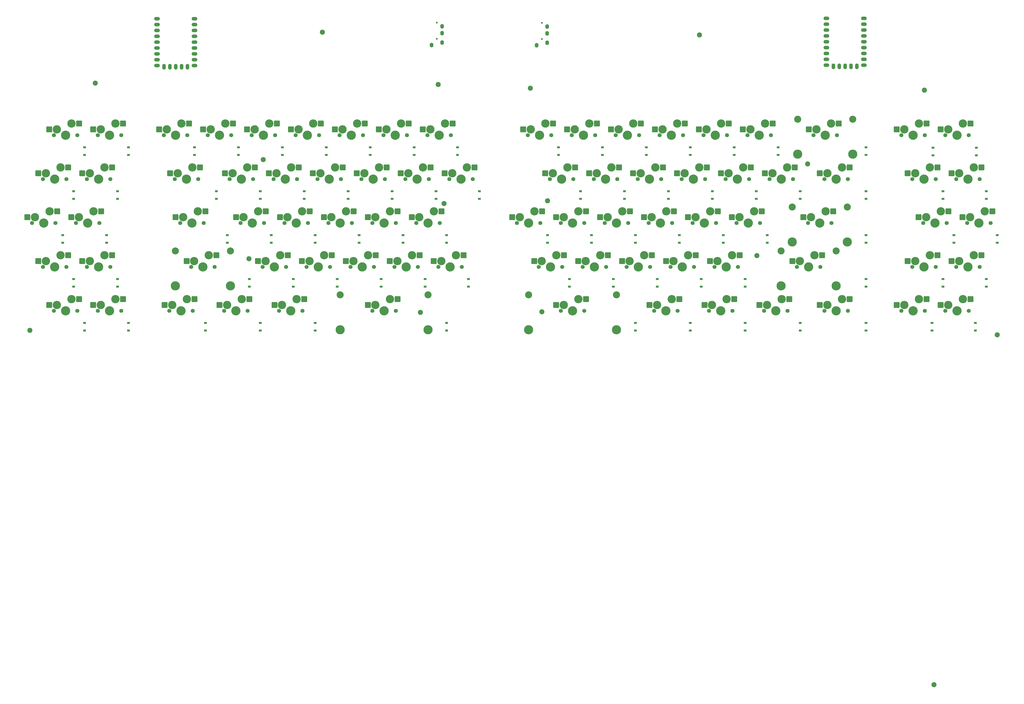
<source format=gbr>
G04 #@! TF.GenerationSoftware,KiCad,Pcbnew,8.0.1*
G04 #@! TF.CreationDate,2024-04-01T00:03:47+00:00*
G04 #@! TF.ProjectId,SplitSync,53706c69-7453-4796-9e63-2e6b69636164,rev?*
G04 #@! TF.SameCoordinates,Original*
G04 #@! TF.FileFunction,Soldermask,Bot*
G04 #@! TF.FilePolarity,Negative*
%FSLAX46Y46*%
G04 Gerber Fmt 4.6, Leading zero omitted, Abs format (unit mm)*
G04 Created by KiCad (PCBNEW 8.0.1) date 2024-04-01 00:03:47*
%MOMM*%
%LPD*%
G01*
G04 APERTURE LIST*
G04 Aperture macros list*
%AMRoundRect*
0 Rectangle with rounded corners*
0 $1 Rounding radius*
0 $2 $3 $4 $5 $6 $7 $8 $9 X,Y pos of 4 corners*
0 Add a 4 corners polygon primitive as box body*
4,1,4,$2,$3,$4,$5,$6,$7,$8,$9,$2,$3,0*
0 Add four circle primitives for the rounded corners*
1,1,$1+$1,$2,$3*
1,1,$1+$1,$4,$5*
1,1,$1+$1,$6,$7*
1,1,$1+$1,$8,$9*
0 Add four rect primitives between the rounded corners*
20,1,$1+$1,$2,$3,$4,$5,0*
20,1,$1+$1,$4,$5,$6,$7,0*
20,1,$1+$1,$6,$7,$8,$9,0*
20,1,$1+$1,$8,$9,$2,$3,0*%
G04 Aperture macros list end*
%ADD10C,3.987800*%
%ADD11C,3.048000*%
%ADD12RoundRect,0.250000X-1.025000X-1.000000X1.025000X-1.000000X1.025000X1.000000X-1.025000X1.000000X0*%
%ADD13C,1.750000*%
%ADD14C,4.000000*%
%ADD15C,3.600000*%
%ADD16C,2.200000*%
%ADD17O,1.600000X2.000000*%
%ADD18C,0.800000*%
%ADD19O,2.500000X1.500000*%
%ADD20O,1.500000X2.500000*%
%ADD21R,1.200000X0.900000*%
G04 APERTURE END LIST*
D10*
X259366500Y-239265000D03*
X221266500Y-239265000D03*
D11*
X259366500Y-224055000D03*
X221266500Y-224055000D03*
D12*
X424431250Y-152300000D03*
D13*
X426436250Y-154840000D03*
D14*
X431516250Y-154840000D03*
D13*
X436596250Y-154840000D03*
D12*
X437358250Y-149760000D03*
D15*
X427706250Y-152300000D03*
X434056250Y-149760000D03*
D16*
X263716250Y-132840000D03*
X303716250Y-134440000D03*
X423916250Y-167240000D03*
X478739804Y-393251069D03*
X377016250Y-111340000D03*
X311116250Y-183240000D03*
X478739804Y-393251069D03*
X474516250Y-135240000D03*
X401916250Y-207040000D03*
X506116250Y-241440000D03*
X308716250Y-231440000D03*
X187916250Y-165440000D03*
X266316250Y-184440000D03*
D10*
X443454250Y-163065000D03*
X419578250Y-163065000D03*
D11*
X443454250Y-147855000D03*
X419578250Y-147855000D03*
D10*
X441073000Y-201165000D03*
X417197000Y-201165000D03*
D11*
X441073000Y-185955000D03*
X417197000Y-185955000D03*
D10*
X436310500Y-220215000D03*
X412434500Y-220215000D03*
D11*
X436310500Y-205005000D03*
X412434500Y-205005000D03*
D16*
X255991500Y-231660000D03*
D10*
X173673250Y-220215000D03*
X149797250Y-220215000D03*
D11*
X173673250Y-205005000D03*
X149797250Y-205005000D03*
D10*
X341028750Y-239265000D03*
X302928750Y-239265000D03*
D11*
X341028750Y-224055000D03*
X302928750Y-224055000D03*
D16*
X181735250Y-208390000D03*
X86692696Y-239451069D03*
X115092696Y-132251069D03*
X213516250Y-110090000D03*
D15*
X438818750Y-225960000D03*
X432468750Y-228500000D03*
D12*
X442120750Y-225960000D03*
D13*
X441358750Y-231040000D03*
D14*
X436278750Y-231040000D03*
D13*
X431198750Y-231040000D03*
D12*
X429193750Y-228500000D03*
D15*
X412625000Y-225960000D03*
X406275000Y-228500000D03*
D12*
X415927000Y-225960000D03*
D13*
X415165000Y-231040000D03*
D14*
X410085000Y-231040000D03*
D13*
X405005000Y-231040000D03*
D12*
X403000000Y-228500000D03*
D15*
X388812500Y-225960000D03*
X382462500Y-228500000D03*
D12*
X392114500Y-225960000D03*
D13*
X391352500Y-231040000D03*
D14*
X386272500Y-231040000D03*
D13*
X381192500Y-231040000D03*
D12*
X379187500Y-228500000D03*
D15*
X365000000Y-225960000D03*
X358650000Y-228500000D03*
D12*
X368302000Y-225960000D03*
D13*
X367540000Y-231040000D03*
D14*
X362460000Y-231040000D03*
D13*
X357380000Y-231040000D03*
D12*
X355375000Y-228500000D03*
D15*
X324518750Y-225960000D03*
X318168750Y-228500000D03*
D12*
X327820750Y-225960000D03*
D13*
X327058750Y-231040000D03*
D14*
X321978750Y-231040000D03*
D13*
X316898750Y-231040000D03*
D12*
X314893750Y-228500000D03*
D15*
X242856500Y-225960000D03*
X236506500Y-228500000D03*
D12*
X246158500Y-225960000D03*
D13*
X245396500Y-231040000D03*
D14*
X240316500Y-231040000D03*
D13*
X235236500Y-231040000D03*
D12*
X233231500Y-228500000D03*
D15*
X202375250Y-225960000D03*
X196025250Y-228500000D03*
D12*
X205677250Y-225960000D03*
D13*
X204915250Y-231040000D03*
D14*
X199835250Y-231040000D03*
D13*
X194755250Y-231040000D03*
D12*
X192750250Y-228500000D03*
D15*
X178562750Y-225960000D03*
X172212750Y-228500000D03*
D12*
X181864750Y-225960000D03*
D13*
X181102750Y-231040000D03*
D14*
X176022750Y-231040000D03*
D13*
X170942750Y-231040000D03*
D12*
X168937750Y-228500000D03*
D15*
X154750250Y-225960000D03*
X148400250Y-228500000D03*
D12*
X158052250Y-225960000D03*
D13*
X157290250Y-231040000D03*
D14*
X152210250Y-231040000D03*
D13*
X147130250Y-231040000D03*
D12*
X145125250Y-228500000D03*
D15*
X426912500Y-206910000D03*
X420562500Y-209450000D03*
D12*
X430214500Y-206910000D03*
D13*
X429452500Y-211990000D03*
D14*
X424372500Y-211990000D03*
D13*
X419292500Y-211990000D03*
D12*
X417287500Y-209450000D03*
D15*
X164275250Y-206910000D03*
X157925250Y-209450000D03*
D12*
X167577250Y-206910000D03*
D13*
X166815250Y-211990000D03*
D14*
X161735250Y-211990000D03*
D13*
X156655250Y-211990000D03*
D12*
X154650250Y-209450000D03*
D15*
X431675000Y-187860000D03*
X425325000Y-190400000D03*
D12*
X434977000Y-187860000D03*
D13*
X434215000Y-192940000D03*
D14*
X429135000Y-192940000D03*
D13*
X424055000Y-192940000D03*
D12*
X422050000Y-190400000D03*
D15*
X159512750Y-187860000D03*
X153162750Y-190400000D03*
D12*
X162814750Y-187860000D03*
D13*
X162052750Y-192940000D03*
D14*
X156972750Y-192940000D03*
D13*
X151892750Y-192940000D03*
D12*
X149887750Y-190400000D03*
D15*
X438818750Y-168810000D03*
X432468750Y-171350000D03*
D12*
X442120750Y-168810000D03*
D13*
X441358750Y-173890000D03*
D14*
X436278750Y-173890000D03*
D13*
X431198750Y-173890000D03*
D12*
X429193750Y-171350000D03*
D15*
X157131500Y-168810000D03*
X150781500Y-171350000D03*
D12*
X160433500Y-168810000D03*
D13*
X159671500Y-173890000D03*
D14*
X154591500Y-173890000D03*
D13*
X149511500Y-173890000D03*
D12*
X147506500Y-171350000D03*
D15*
X491206250Y-225960000D03*
X484856250Y-228500000D03*
D12*
X494508250Y-225960000D03*
D13*
X493746250Y-231040000D03*
D14*
X488666250Y-231040000D03*
D13*
X483586250Y-231040000D03*
D12*
X481581250Y-228500000D03*
D15*
X472156250Y-225960000D03*
X465806250Y-228500000D03*
D12*
X475458250Y-225960000D03*
D13*
X474696250Y-231040000D03*
D14*
X469616250Y-231040000D03*
D13*
X464536250Y-231040000D03*
D12*
X462531250Y-228500000D03*
D15*
X123794000Y-225960000D03*
X117444000Y-228500000D03*
D12*
X127096000Y-225960000D03*
D13*
X126334000Y-231040000D03*
D14*
X121254000Y-231040000D03*
D13*
X116174000Y-231040000D03*
D12*
X114169000Y-228500000D03*
D15*
X104744000Y-225960000D03*
X98394000Y-228500000D03*
D12*
X108046000Y-225960000D03*
D13*
X107284000Y-231040000D03*
D14*
X102204000Y-231040000D03*
D13*
X97124000Y-231040000D03*
D12*
X95119000Y-228500000D03*
D15*
X495968750Y-206910000D03*
X489618750Y-209450000D03*
D12*
X499270750Y-206910000D03*
D13*
X498508750Y-211990000D03*
D14*
X493428750Y-211990000D03*
D13*
X488348750Y-211990000D03*
D12*
X486343750Y-209450000D03*
D15*
X476918750Y-206910000D03*
X470568750Y-209450000D03*
D12*
X480220750Y-206910000D03*
D13*
X479458750Y-211990000D03*
D14*
X474378750Y-211990000D03*
D13*
X469298750Y-211990000D03*
D12*
X467293750Y-209450000D03*
D15*
X391193750Y-206910000D03*
X384843750Y-209450000D03*
D12*
X394495750Y-206910000D03*
D13*
X393733750Y-211990000D03*
D14*
X388653750Y-211990000D03*
D13*
X383573750Y-211990000D03*
D12*
X381568750Y-209450000D03*
D15*
X372143750Y-206910000D03*
X365793750Y-209450000D03*
D12*
X375445750Y-206910000D03*
D13*
X374683750Y-211990000D03*
D14*
X369603750Y-211990000D03*
D13*
X364523750Y-211990000D03*
D12*
X362518750Y-209450000D03*
D15*
X353093750Y-206910000D03*
X346743750Y-209450000D03*
D12*
X356395750Y-206910000D03*
D13*
X355633750Y-211990000D03*
D14*
X350553750Y-211990000D03*
D13*
X345473750Y-211990000D03*
D12*
X343468750Y-209450000D03*
D15*
X334043750Y-206910000D03*
X327693750Y-209450000D03*
D12*
X337345750Y-206910000D03*
D13*
X336583750Y-211990000D03*
D14*
X331503750Y-211990000D03*
D13*
X326423750Y-211990000D03*
D12*
X324418750Y-209450000D03*
D15*
X314993750Y-206910000D03*
X308643750Y-209450000D03*
D12*
X318295750Y-206910000D03*
D13*
X317533750Y-211990000D03*
D14*
X312453750Y-211990000D03*
D13*
X307373750Y-211990000D03*
D12*
X305368750Y-209450000D03*
D15*
X271431500Y-206910000D03*
X265081500Y-209450000D03*
D12*
X274733500Y-206910000D03*
D13*
X273971500Y-211990000D03*
D14*
X268891500Y-211990000D03*
D13*
X263811500Y-211990000D03*
D12*
X261806500Y-209450000D03*
D15*
X252381500Y-206910000D03*
X246031500Y-209450000D03*
D12*
X255683500Y-206910000D03*
D13*
X254921500Y-211990000D03*
D14*
X249841500Y-211990000D03*
D13*
X244761500Y-211990000D03*
D12*
X242756500Y-209450000D03*
D15*
X233331500Y-206910000D03*
X226981500Y-209450000D03*
D12*
X236633500Y-206910000D03*
D13*
X235871500Y-211990000D03*
D14*
X230791500Y-211990000D03*
D13*
X225711500Y-211990000D03*
D12*
X223706500Y-209450000D03*
D15*
X214281500Y-206910000D03*
X207931500Y-209450000D03*
D12*
X217583500Y-206910000D03*
D13*
X216821500Y-211990000D03*
D14*
X211741500Y-211990000D03*
D13*
X206661500Y-211990000D03*
D12*
X204656500Y-209450000D03*
D15*
X195231500Y-206910000D03*
X188881500Y-209450000D03*
D12*
X198533500Y-206910000D03*
D13*
X197771500Y-211990000D03*
D14*
X192691500Y-211990000D03*
D13*
X187611500Y-211990000D03*
D12*
X185606500Y-209450000D03*
D15*
X119031500Y-206910000D03*
X112681500Y-209450000D03*
D12*
X122333500Y-206910000D03*
D13*
X121571500Y-211990000D03*
D14*
X116491500Y-211990000D03*
D13*
X111411500Y-211990000D03*
D12*
X109406500Y-209450000D03*
D15*
X99981500Y-206910000D03*
X93631500Y-209450000D03*
D12*
X103283500Y-206910000D03*
D13*
X102521500Y-211990000D03*
D14*
X97441500Y-211990000D03*
D13*
X92361500Y-211990000D03*
D12*
X90356500Y-209450000D03*
D15*
X500731250Y-187860000D03*
X494381250Y-190400000D03*
D12*
X504033250Y-187860000D03*
D13*
X503271250Y-192940000D03*
D14*
X498191250Y-192940000D03*
D13*
X493111250Y-192940000D03*
D12*
X491106250Y-190400000D03*
D15*
X481681250Y-187860000D03*
X475331250Y-190400000D03*
D12*
X484983250Y-187860000D03*
D13*
X484221250Y-192940000D03*
D14*
X479141250Y-192940000D03*
D13*
X474061250Y-192940000D03*
D12*
X472056250Y-190400000D03*
D15*
X400718750Y-187860000D03*
X394368750Y-190400000D03*
D12*
X404020750Y-187860000D03*
D13*
X403258750Y-192940000D03*
D14*
X398178750Y-192940000D03*
D13*
X393098750Y-192940000D03*
D12*
X391093750Y-190400000D03*
D15*
X381668750Y-187860000D03*
X375318750Y-190400000D03*
D12*
X384970750Y-187860000D03*
D13*
X384208750Y-192940000D03*
D14*
X379128750Y-192940000D03*
D13*
X374048750Y-192940000D03*
D12*
X372043750Y-190400000D03*
D15*
X362618750Y-187860000D03*
X356268750Y-190400000D03*
D12*
X365920750Y-187860000D03*
D13*
X365158750Y-192940000D03*
D14*
X360078750Y-192940000D03*
D13*
X354998750Y-192940000D03*
D12*
X352993750Y-190400000D03*
D15*
X343568750Y-187860000D03*
X337218750Y-190400000D03*
D12*
X346870750Y-187860000D03*
D13*
X346108750Y-192940000D03*
D14*
X341028750Y-192940000D03*
D13*
X335948750Y-192940000D03*
D12*
X333943750Y-190400000D03*
D15*
X324518750Y-187860000D03*
X318168750Y-190400000D03*
D12*
X327820750Y-187860000D03*
D13*
X327058750Y-192940000D03*
D14*
X321978750Y-192940000D03*
D13*
X316898750Y-192940000D03*
D12*
X314893750Y-190400000D03*
D15*
X305468750Y-187860000D03*
X299118750Y-190400000D03*
D12*
X308770750Y-187860000D03*
D13*
X308008750Y-192940000D03*
D14*
X302928750Y-192940000D03*
D13*
X297848750Y-192940000D03*
D12*
X295843750Y-190400000D03*
D15*
X261906500Y-187860000D03*
X255556500Y-190400000D03*
D12*
X265208500Y-187860000D03*
D13*
X264446500Y-192940000D03*
D14*
X259366500Y-192940000D03*
D13*
X254286500Y-192940000D03*
D12*
X252281500Y-190400000D03*
D15*
X242856500Y-187860000D03*
X236506500Y-190400000D03*
D12*
X246158500Y-187860000D03*
D13*
X245396500Y-192940000D03*
D14*
X240316500Y-192940000D03*
D13*
X235236500Y-192940000D03*
D12*
X233231500Y-190400000D03*
D15*
X223806500Y-187860000D03*
X217456500Y-190400000D03*
D12*
X227108500Y-187860000D03*
D13*
X226346500Y-192940000D03*
D14*
X221266500Y-192940000D03*
D13*
X216186500Y-192940000D03*
D12*
X214181500Y-190400000D03*
D15*
X204756500Y-187860000D03*
X198406500Y-190400000D03*
D12*
X208058500Y-187860000D03*
D13*
X207296500Y-192940000D03*
D14*
X202216500Y-192940000D03*
D13*
X197136500Y-192940000D03*
D12*
X195131500Y-190400000D03*
D15*
X185706500Y-187860000D03*
X179356500Y-190400000D03*
D12*
X189008500Y-187860000D03*
D13*
X188246500Y-192940000D03*
D14*
X183166500Y-192940000D03*
D13*
X178086500Y-192940000D03*
D12*
X176081500Y-190400000D03*
D15*
X114269000Y-187860000D03*
X107919000Y-190400000D03*
D12*
X117571000Y-187860000D03*
D13*
X116809000Y-192940000D03*
D14*
X111729000Y-192940000D03*
D13*
X106649000Y-192940000D03*
D12*
X104644000Y-190400000D03*
D15*
X95219000Y-187860000D03*
X88869000Y-190400000D03*
D12*
X98521000Y-187860000D03*
D13*
X97759000Y-192940000D03*
D14*
X92679000Y-192940000D03*
D13*
X87599000Y-192940000D03*
D12*
X85594000Y-190400000D03*
D15*
X495968750Y-168810000D03*
X489618750Y-171350000D03*
D12*
X499270750Y-168810000D03*
D13*
X498508750Y-173890000D03*
D14*
X493428750Y-173890000D03*
D13*
X488348750Y-173890000D03*
D12*
X486343750Y-171350000D03*
D15*
X476918750Y-168810000D03*
X470568750Y-171350000D03*
D12*
X480220750Y-168810000D03*
D13*
X479458750Y-173890000D03*
D14*
X474378750Y-173890000D03*
D13*
X469298750Y-173890000D03*
D12*
X467293750Y-171350000D03*
D15*
X415006250Y-168810000D03*
X408656250Y-171350000D03*
D12*
X418308250Y-168810000D03*
D13*
X417546250Y-173890000D03*
D14*
X412466250Y-173890000D03*
D13*
X407386250Y-173890000D03*
D12*
X405381250Y-171350000D03*
D15*
X395956250Y-168810000D03*
X389606250Y-171350000D03*
D12*
X399258250Y-168810000D03*
D13*
X398496250Y-173890000D03*
D14*
X393416250Y-173890000D03*
D13*
X388336250Y-173890000D03*
D12*
X386331250Y-171350000D03*
D15*
X376906250Y-168810000D03*
X370556250Y-171350000D03*
D12*
X380208250Y-168810000D03*
D13*
X379446250Y-173890000D03*
D14*
X374366250Y-173890000D03*
D13*
X369286250Y-173890000D03*
D12*
X367281250Y-171350000D03*
D15*
X357856250Y-168810000D03*
X351506250Y-171350000D03*
D12*
X361158250Y-168810000D03*
D13*
X360396250Y-173890000D03*
D14*
X355316250Y-173890000D03*
D13*
X350236250Y-173890000D03*
D12*
X348231250Y-171350000D03*
D15*
X338806250Y-168810000D03*
X332456250Y-171350000D03*
D12*
X342108250Y-168810000D03*
D13*
X341346250Y-173890000D03*
D14*
X336266250Y-173890000D03*
D13*
X331186250Y-173890000D03*
D12*
X329181250Y-171350000D03*
D15*
X319756250Y-168810000D03*
X313406250Y-171350000D03*
D12*
X323058250Y-168810000D03*
D13*
X322296250Y-173890000D03*
D14*
X317216250Y-173890000D03*
D13*
X312136250Y-173890000D03*
D12*
X310131250Y-171350000D03*
D15*
X276194000Y-168810000D03*
X269844000Y-171350000D03*
D12*
X279496000Y-168810000D03*
D13*
X278734000Y-173890000D03*
D14*
X273654000Y-173890000D03*
D13*
X268574000Y-173890000D03*
D12*
X266569000Y-171350000D03*
D15*
X257144000Y-168810000D03*
X250794000Y-171350000D03*
D12*
X260446000Y-168810000D03*
D13*
X259684000Y-173890000D03*
D14*
X254604000Y-173890000D03*
D13*
X249524000Y-173890000D03*
D12*
X247519000Y-171350000D03*
D15*
X238094000Y-168810000D03*
X231744000Y-171350000D03*
D12*
X241396000Y-168810000D03*
D13*
X240634000Y-173890000D03*
D14*
X235554000Y-173890000D03*
D13*
X230474000Y-173890000D03*
D12*
X228469000Y-171350000D03*
D15*
X219044000Y-168810000D03*
X212694000Y-171350000D03*
D12*
X222346000Y-168810000D03*
D13*
X221584000Y-173890000D03*
D14*
X216504000Y-173890000D03*
D13*
X211424000Y-173890000D03*
D12*
X209419000Y-171350000D03*
D15*
X199994000Y-168810000D03*
X193644000Y-171350000D03*
D12*
X203296000Y-168810000D03*
D13*
X202534000Y-173890000D03*
D14*
X197454000Y-173890000D03*
D13*
X192374000Y-173890000D03*
D12*
X190369000Y-171350000D03*
D15*
X180944000Y-168810000D03*
X174594000Y-171350000D03*
D12*
X184246000Y-168810000D03*
D13*
X183484000Y-173890000D03*
D14*
X178404000Y-173890000D03*
D13*
X173324000Y-173890000D03*
D12*
X171319000Y-171350000D03*
D15*
X119031500Y-168810000D03*
X112681500Y-171350000D03*
D12*
X122333500Y-168810000D03*
D13*
X121571500Y-173890000D03*
D14*
X116491500Y-173890000D03*
D13*
X111411500Y-173890000D03*
D12*
X109406500Y-171350000D03*
D15*
X99981500Y-168810000D03*
X93631500Y-171350000D03*
D12*
X103283500Y-168810000D03*
D13*
X102521500Y-173890000D03*
D14*
X97441500Y-173890000D03*
D13*
X92361500Y-173890000D03*
D12*
X90356500Y-171350000D03*
D15*
X491206250Y-149760000D03*
X484856250Y-152300000D03*
D12*
X494508250Y-149760000D03*
D13*
X493746250Y-154840000D03*
D14*
X488666250Y-154840000D03*
D13*
X483586250Y-154840000D03*
D12*
X481581250Y-152300000D03*
D15*
X472156250Y-149760000D03*
X465806250Y-152300000D03*
D12*
X475458250Y-149760000D03*
D13*
X474696250Y-154840000D03*
D14*
X469616250Y-154840000D03*
D13*
X464536250Y-154840000D03*
D12*
X462531250Y-152300000D03*
D15*
X405481250Y-149760000D03*
X399131250Y-152300000D03*
D12*
X408783250Y-149760000D03*
D13*
X408021250Y-154840000D03*
D14*
X402941250Y-154840000D03*
D13*
X397861250Y-154840000D03*
D12*
X395856250Y-152300000D03*
D15*
X386431250Y-149760000D03*
X380081250Y-152300000D03*
D12*
X389733250Y-149760000D03*
D13*
X388971250Y-154840000D03*
D14*
X383891250Y-154840000D03*
D13*
X378811250Y-154840000D03*
D12*
X376806250Y-152300000D03*
D15*
X367381250Y-149760000D03*
X361031250Y-152300000D03*
D12*
X370683250Y-149760000D03*
D13*
X369921250Y-154840000D03*
D14*
X364841250Y-154840000D03*
D13*
X359761250Y-154840000D03*
D12*
X357756250Y-152300000D03*
D15*
X348331250Y-149760000D03*
X341981250Y-152300000D03*
D12*
X351633250Y-149760000D03*
D13*
X350871250Y-154840000D03*
D14*
X345791250Y-154840000D03*
D13*
X340711250Y-154840000D03*
D12*
X338706250Y-152300000D03*
D15*
X329281250Y-149760000D03*
X322931250Y-152300000D03*
D12*
X332583250Y-149760000D03*
D13*
X331821250Y-154840000D03*
D14*
X326741250Y-154840000D03*
D13*
X321661250Y-154840000D03*
D12*
X319656250Y-152300000D03*
D15*
X310231250Y-149760000D03*
X303881250Y-152300000D03*
D12*
X313533250Y-149760000D03*
D13*
X312771250Y-154840000D03*
D14*
X307691250Y-154840000D03*
D13*
X302611250Y-154840000D03*
D12*
X300606250Y-152300000D03*
D15*
X266669000Y-149760000D03*
X260319000Y-152300000D03*
D12*
X269971000Y-149760000D03*
D13*
X269209000Y-154840000D03*
D14*
X264129000Y-154840000D03*
D13*
X259049000Y-154840000D03*
D12*
X257044000Y-152300000D03*
D15*
X247619000Y-149760000D03*
X241269000Y-152300000D03*
D12*
X250921000Y-149760000D03*
D13*
X250159000Y-154840000D03*
D14*
X245079000Y-154840000D03*
D13*
X239999000Y-154840000D03*
D12*
X237994000Y-152300000D03*
D15*
X228569000Y-149760000D03*
X222219000Y-152300000D03*
D12*
X231871000Y-149760000D03*
D13*
X231109000Y-154840000D03*
D14*
X226029000Y-154840000D03*
D13*
X220949000Y-154840000D03*
D12*
X218944000Y-152300000D03*
D15*
X209519000Y-149760000D03*
X203169000Y-152300000D03*
D12*
X212821000Y-149760000D03*
D13*
X212059000Y-154840000D03*
D14*
X206979000Y-154840000D03*
D13*
X201899000Y-154840000D03*
D12*
X199894000Y-152300000D03*
D15*
X190469000Y-149760000D03*
X184119000Y-152300000D03*
D12*
X193771000Y-149760000D03*
D13*
X193009000Y-154840000D03*
D14*
X187929000Y-154840000D03*
D13*
X182849000Y-154840000D03*
D12*
X180844000Y-152300000D03*
D15*
X171419000Y-149760000D03*
X165069000Y-152300000D03*
D12*
X174721000Y-149760000D03*
D13*
X173959000Y-154840000D03*
D14*
X168879000Y-154840000D03*
D13*
X163799000Y-154840000D03*
D12*
X161794000Y-152300000D03*
D15*
X152369000Y-149760000D03*
X146019000Y-152300000D03*
D12*
X155671000Y-149760000D03*
D13*
X154909000Y-154840000D03*
D14*
X149829000Y-154840000D03*
D13*
X144749000Y-154840000D03*
D12*
X142744000Y-152300000D03*
D15*
X123794000Y-149760000D03*
X117444000Y-152300000D03*
D12*
X127096000Y-149760000D03*
D13*
X126334000Y-154840000D03*
D14*
X121254000Y-154840000D03*
D13*
X116174000Y-154840000D03*
D12*
X114169000Y-152300000D03*
D15*
X104744000Y-149760000D03*
X98394000Y-152300000D03*
D12*
X108046000Y-149760000D03*
D13*
X107284000Y-154840000D03*
D14*
X102204000Y-154840000D03*
D13*
X97124000Y-154840000D03*
D12*
X95119000Y-152300000D03*
D17*
X310976938Y-107652500D03*
X310976938Y-110652500D03*
X310976938Y-114652500D03*
X306376938Y-115752500D03*
D18*
X308676938Y-113052500D03*
X308676938Y-106052500D03*
D17*
X265417446Y-107565000D03*
X265417446Y-110565000D03*
X265417446Y-114565000D03*
X260817446Y-115665000D03*
D18*
X263117446Y-112965000D03*
X263117446Y-105965000D03*
D19*
X432032696Y-104131069D03*
X432032696Y-106671069D03*
X432032696Y-109211069D03*
X432032696Y-111751069D03*
X432032696Y-114291069D03*
X432032696Y-116831069D03*
X432032696Y-119371069D03*
X432032696Y-121911069D03*
X432032696Y-124451069D03*
D20*
X435072696Y-124951069D03*
X437612696Y-124951069D03*
X440152696Y-124951069D03*
X442692696Y-124951069D03*
X445232696Y-124951069D03*
D19*
X448272696Y-124451069D03*
X448272696Y-121911069D03*
X448272696Y-119371069D03*
X448272696Y-116831069D03*
X448272696Y-114291069D03*
X448272696Y-111751069D03*
X448272696Y-109211069D03*
X448272696Y-106671069D03*
X448272696Y-104131069D03*
X158049000Y-104291069D03*
X158049000Y-106831069D03*
X158049000Y-109371069D03*
X158049000Y-111911069D03*
X158049000Y-114451069D03*
X158049000Y-116991069D03*
X158049000Y-119531069D03*
X158049000Y-122071069D03*
X158049000Y-124611069D03*
D20*
X155009000Y-125111069D03*
X152469000Y-125111069D03*
X149929000Y-125111069D03*
X147389000Y-125111069D03*
X144849000Y-125111069D03*
D19*
X141809000Y-124611069D03*
X141809000Y-122071069D03*
X141809000Y-119531069D03*
X141809000Y-116991069D03*
X141809000Y-114451069D03*
X141809000Y-111911069D03*
X141809000Y-109371069D03*
X141809000Y-106831069D03*
X141809000Y-104291069D03*
D21*
X401628750Y-179115000D03*
X401628750Y-182415000D03*
X158041500Y-160065000D03*
X158041500Y-163365000D03*
X344478750Y-179115000D03*
X344478750Y-182415000D03*
X105654000Y-179115000D03*
X105654000Y-182415000D03*
X373053750Y-160065000D03*
X373053750Y-163365000D03*
X124704000Y-217215000D03*
X124704000Y-220515000D03*
X363528750Y-179115000D03*
X363528750Y-182415000D03*
X110416500Y-160065000D03*
X110416500Y-163365000D03*
X449253750Y-217215000D03*
X449253750Y-220515000D03*
X210429000Y-198165000D03*
X210429000Y-201465000D03*
X420678750Y-236265000D03*
X420678750Y-239565000D03*
X248529000Y-198165000D03*
X248529000Y-201465000D03*
X281629000Y-179090000D03*
X281629000Y-182390000D03*
X406391250Y-198165000D03*
X406391250Y-201465000D03*
X110416500Y-236265000D03*
X110416500Y-239565000D03*
X196141500Y-160065000D03*
X196141500Y-163365000D03*
X449253750Y-198165000D03*
X449253750Y-201465000D03*
X349241250Y-236265000D03*
X349241250Y-239565000D03*
X186616500Y-236265000D03*
X186616500Y-239565000D03*
X234241500Y-160065000D03*
X234241500Y-163365000D03*
X243766500Y-179115000D03*
X243766500Y-182415000D03*
X210429000Y-236265000D03*
X210429000Y-239565000D03*
X478279000Y-163565000D03*
X478279000Y-160265000D03*
X167566500Y-179115000D03*
X167566500Y-182415000D03*
X377816250Y-217215000D03*
X377816250Y-220515000D03*
X339716250Y-217215000D03*
X339716250Y-220515000D03*
X124704000Y-179115000D03*
X124704000Y-182415000D03*
X172329000Y-198165000D03*
X172329000Y-201465000D03*
X258054000Y-217215000D03*
X258054000Y-220515000D03*
X396866250Y-217215000D03*
X396866250Y-220515000D03*
X272104000Y-160040000D03*
X272104000Y-163340000D03*
X229479000Y-198165000D03*
X229479000Y-201465000D03*
X497066750Y-163565000D03*
X497066750Y-160265000D03*
X411153750Y-160065000D03*
X411153750Y-163365000D03*
X349241250Y-198165000D03*
X349241250Y-201465000D03*
X191379000Y-198165000D03*
X191379000Y-201465000D03*
X482591250Y-179115000D03*
X482591250Y-182415000D03*
X177091500Y-160065000D03*
X177091500Y-163365000D03*
X119941500Y-198165000D03*
X119941500Y-201465000D03*
X449253750Y-236265000D03*
X449253750Y-239565000D03*
X129466500Y-160065000D03*
X129466500Y-163365000D03*
X354003750Y-160065000D03*
X354003750Y-163365000D03*
X420678750Y-179115000D03*
X420678750Y-182415000D03*
X239004000Y-217215000D03*
X239004000Y-220515000D03*
X262816500Y-179115000D03*
X262816500Y-182415000D03*
X477828750Y-236265000D03*
X477828750Y-239565000D03*
X387341250Y-198165000D03*
X387341250Y-201465000D03*
X215191500Y-160065000D03*
X215191500Y-163365000D03*
X496616500Y-236265000D03*
X496616500Y-239565000D03*
X253291500Y-160065000D03*
X253291500Y-163365000D03*
X320666250Y-217215000D03*
X320666250Y-220515000D03*
X368291250Y-198165000D03*
X368291250Y-201465000D03*
X200904000Y-217215000D03*
X200904000Y-220515000D03*
X334953750Y-160065000D03*
X334953750Y-163365000D03*
X449253750Y-160065000D03*
X449253750Y-163365000D03*
X487353750Y-198165000D03*
X487353750Y-201465000D03*
X482591250Y-217215000D03*
X482591250Y-220515000D03*
X162804000Y-236265000D03*
X162804000Y-239565000D03*
X129466500Y-236265000D03*
X129466500Y-239565000D03*
X501379000Y-217215000D03*
X501379000Y-220515000D03*
X325428750Y-179115000D03*
X325428750Y-182415000D03*
X396866250Y-236265000D03*
X396866250Y-239565000D03*
X224716500Y-179115000D03*
X224716500Y-182415000D03*
X358766250Y-217215000D03*
X358766250Y-220515000D03*
X311141250Y-198165000D03*
X311141250Y-201465000D03*
X449253750Y-179115000D03*
X449253750Y-182415000D03*
X100891500Y-198165000D03*
X100891500Y-201465000D03*
X181854000Y-217215000D03*
X181854000Y-220515000D03*
X382578750Y-179115000D03*
X382578750Y-182415000D03*
X501379000Y-179115000D03*
X501379000Y-182415000D03*
X330191250Y-198165000D03*
X330191250Y-201465000D03*
X105654000Y-217215000D03*
X105654000Y-220515000D03*
X186616500Y-179115000D03*
X186616500Y-182415000D03*
X392103750Y-160065000D03*
X392103750Y-163365000D03*
X267341500Y-198140000D03*
X267341500Y-201440000D03*
X219954000Y-217215000D03*
X219954000Y-220515000D03*
X315903750Y-160065000D03*
X315903750Y-163365000D03*
X205666500Y-179115000D03*
X205666500Y-182415000D03*
X267341500Y-236240000D03*
X267341500Y-239540000D03*
X506141500Y-198165000D03*
X506141500Y-201465000D03*
X276866500Y-217190000D03*
X276866500Y-220490000D03*
X373053750Y-236265000D03*
X373053750Y-239565000D03*
M02*

</source>
